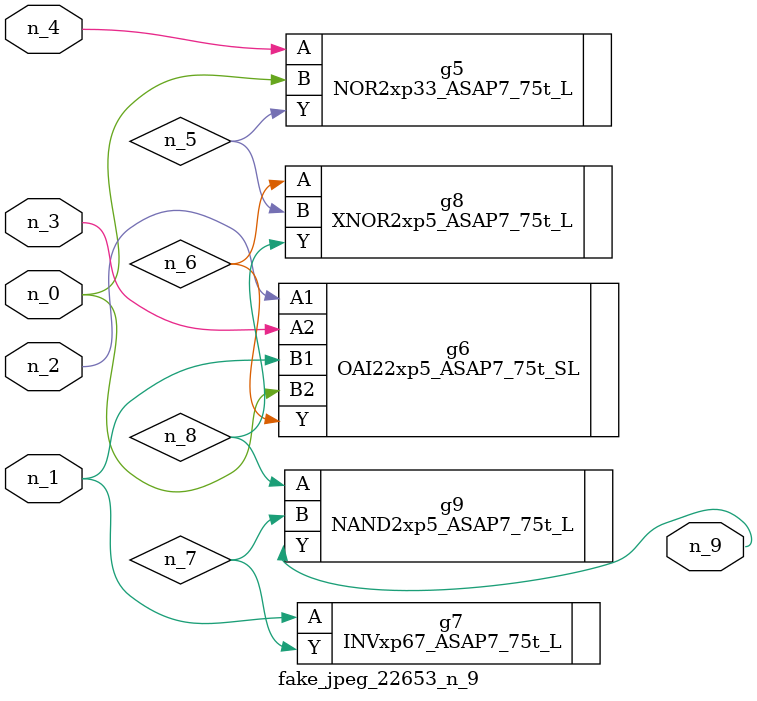
<source format=v>
module fake_jpeg_22653_n_9 (n_3, n_2, n_1, n_0, n_4, n_9);

input n_3;
input n_2;
input n_1;
input n_0;
input n_4;

output n_9;

wire n_8;
wire n_6;
wire n_5;
wire n_7;

NOR2xp33_ASAP7_75t_L g5 ( 
.A(n_4),
.B(n_0),
.Y(n_5)
);

OAI22xp5_ASAP7_75t_SL g6 ( 
.A1(n_2),
.A2(n_3),
.B1(n_1),
.B2(n_0),
.Y(n_6)
);

INVxp67_ASAP7_75t_L g7 ( 
.A(n_1),
.Y(n_7)
);

XNOR2xp5_ASAP7_75t_L g8 ( 
.A(n_6),
.B(n_5),
.Y(n_8)
);

NAND2xp5_ASAP7_75t_L g9 ( 
.A(n_8),
.B(n_7),
.Y(n_9)
);


endmodule
</source>
